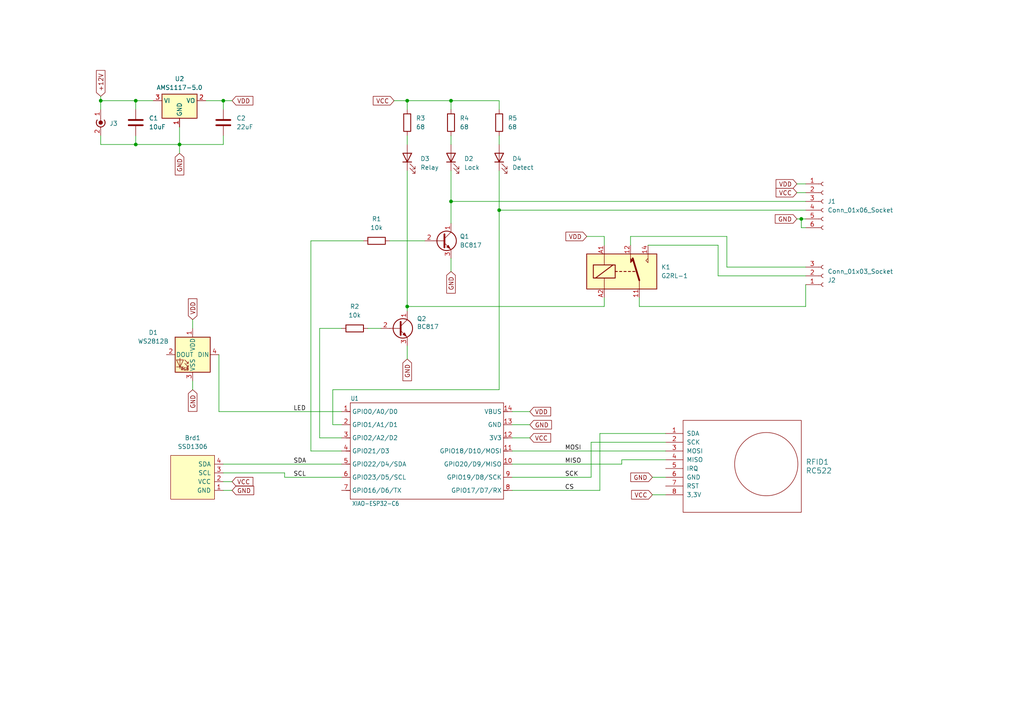
<source format=kicad_sch>
(kicad_sch (version 20250114) (generator "eeschema") (generator_version "9.0")
  (paper "A4")
  (lib_symbols
    (symbol "Connector:Conn_01x03_Socket" (pin_names (offset 1.016) (hide yes))
      (property "Reference" "J" (at 0 5.08 0))
      (property "Value" "Conn_01x03_Socket" (at 0 -5.08 0))
      (symbol "Conn_01x03_Socket_1_1"
        (polyline (pts (xy -1.27 2.54) (xy -0.508 2.54)) (stroke (width 0.1524)))
        (polyline (pts (xy -1.27 0) (xy -0.508 0)) (stroke (width 0.1524)))
        (polyline (pts (xy -1.27 -2.54) (xy -0.508 -2.54)) (stroke (width 0.1524)))
        (arc (start 0 2.032) (mid -0.5058 2.54) (end 0 3.048) (stroke (width 0.1524)))
        (arc (start 0 -0.508) (mid -0.5058 0) (end 0 0.508) (stroke (width 0.1524)))
        (arc (start 0 -3.048) (mid -0.5058 -2.54) (end 0 -2.032) (stroke (width 0.1524)))
        (pin passive line (at -5.08 2.54 0) (length 3.81) (name "Pin_1") (number "1"))
        (pin passive line (at -5.08 0 0) (length 3.81) (name "Pin_2") (number "2"))
        (pin passive line (at -5.08 -2.54 0) (length 3.81) (name "Pin_3") (number "3"))
      )
    )
    (symbol "Connector:Conn_01x06_Socket" (pin_names (offset 1.016) (hide yes))
      (property "Reference" "J" (at 0 7.62 0))
      (property "Value" "Conn_01x06_Socket" (at 0 -10.16 0))
      (symbol "Conn_01x06_Socket_1_1"
        (polyline (pts (xy -1.27 5.08) (xy -0.508 5.08)) (stroke (width 0.1524)))
        (polyline (pts (xy -1.27 2.54) (xy -0.508 2.54)) (stroke (width 0.1524)))
        (polyline (pts (xy -1.27 0) (xy -0.508 0)) (stroke (width 0.1524)))
        (polyline (pts (xy -1.27 -2.54) (xy -0.508 -2.54)) (stroke (width 0.1524)))
        (polyline (pts (xy -1.27 -5.08) (xy -0.508 -5.08)) (stroke (width 0.1524)))
        (polyline (pts (xy -1.27 -7.62) (xy -0.508 -7.62)) (stroke (width 0.1524)))
        (arc (start 0 4.572) (mid -0.5058 5.08) (end 0 5.588) (stroke (width 0.1524)))
        (arc (start 0 2.032) (mid -0.5058 2.54) (end 0 3.048) (stroke (width 0.1524)))
        (arc (start 0 -0.508) (mid -0.5058 0) (end 0 0.508) (stroke (width 0.1524)))
        (arc (start 0 -3.048) (mid -0.5058 -2.54) (end 0 -2.032) (stroke (width 0.1524)))
        (arc (start 0 -5.588) (mid -0.5058 -5.08) (end 0 -4.572) (stroke (width 0.1524)))
        (arc (start 0 -8.128) (mid -0.5058 -7.62) (end 0 -7.112) (stroke (width 0.1524)))
        (pin passive line (at -5.08 5.08 0) (length 3.81) (name "Pin_1") (number "1"))
        (pin passive line (at -5.08 2.54 0) (length 3.81) (name "Pin_2") (number "2"))
        (pin passive line (at -5.08 0 0) (length 3.81) (name "Pin_3") (number "3"))
        (pin passive line (at -5.08 -2.54 0) (length 3.81) (name "Pin_4") (number "4"))
        (pin passive line (at -5.08 -5.08 0) (length 3.81) (name "Pin_5") (number "5"))
        (pin passive line (at -5.08 -7.62 0) (length 3.81) (name "Pin_6") (number "6"))
      )
    )
    (symbol "Connector:Conn_Coaxial_Power" (pin_names (offset 1.016) (hide yes))
      (property "Reference" "J" (at -5.08 -1.27 90))
      (property "Value" "Conn_Coaxial_Power" (at -3.175 -1.27 90))
      (symbol "Conn_Coaxial_Power_0_1"
        (arc (start 1.016 -0.508) (mid 1.2048 -0.8684) (end 1.27 -1.27) (stroke (width 0.254)))
        (polyline (pts (xy 0 0) (xy 0 -1.27)))
        (arc (start 1.27 -1.27) (mid 0 -2.5345) (end -1.27 -1.27) (stroke (width 0.254)))
        (arc (start -1.27 -1.27) (mid -1.2048 -0.8684) (end -1.016 -0.508) (stroke (width 0.254)))
        (circle (center 0 -1.27) (radius 0.508) (stroke (width 0.2032)) (fill (type outline)))
        (polyline (pts (xy 0 -2.54) (xy 0 -3.048)))
      )
      (symbol "Conn_Coaxial_Power_1_1"
        (pin passive line (at 0 2.54 270) (length 2.54) (name "In") (number "1"))
        (pin passive line (at 0 -5.08 90) (length 2.54) (name "Ext") (number "2"))
      )
    )
    (symbol "CustomSymbols:RC522" (pin_names (offset 1.016))
      (property "Reference" "RFID" (at 0 5.08 0))
      (property "Value" "RC522" (at 0 10.16 0))
      (symbol "RC522_0_1"
        (rectangle (start -13.97 30.48) (end 12.7 -3.81))
        (circle (center 0 6.35) (radius 9.1694))
      )
      (symbol "RC522_1_1"
        (pin power_in line (at -8.89 35.56 270) (length 5.08) (name "3,3V") (number "8"))
        (pin input line (at -6.35 35.56 270) (length 5.08) (name "RST") (number "7"))
        (pin power_in line (at -3.81 35.56 270) (length 5.08) (name "GND") (number "6"))
        (pin output line (at -1.27 35.56 270) (length 5.08) (name "IRQ") (number "5"))
        (pin output line (at 1.27 35.56 270) (length 5.08) (name "MISO") (number "4"))
        (pin output line (at 3.81 35.56 270) (length 5.08) (name "MOSI") (number "3"))
        (pin output line (at 6.35 35.56 270) (length 5.08) (name "SCK") (number "2"))
        (pin output line (at 8.89 35.56 270) (length 5.08) (name "SDA") (number "1"))
      )
    )
    (symbol "CustomSymbols:SSD1306" (pin_names (offset 1.016))
      (property "Reference" "Brd" (at 0 -3.81 0))
      (property "Value" "SSD1306" (at 0 -1.27 0))
      (symbol "SSD1306_0_1"
        (rectangle (start -6.35 6.35) (end 6.35 -6.35) (fill (type background)))
      )
      (symbol "SSD1306_1_1"
        (pin input line (at -3.81 8.89 270) (length 2.54) (name "GND") (number "1"))
        (pin input line (at -1.27 8.89 270) (length 2.54) (name "VCC") (number "2"))
        (pin input line (at 1.27 8.89 270) (length 2.54) (name "SCL") (number "3"))
        (pin input line (at 3.81 8.89 270) (length 2.54) (name "SDA") (number "4"))
      )
    )
    (symbol "Device:C" (pin_numbers (hide yes)) (pin_names (offset 0.254))
      (property "Reference" "C" (at 0.635 2.54 0))
      (property "Value" "C" (at 0.635 -2.54 0))
      (symbol "C_0_1"
        (polyline (pts (xy -2.032 0.762) (xy 2.032 0.762)) (stroke (width 0.508)))
        (polyline (pts (xy -2.032 -0.762) (xy 2.032 -0.762)) (stroke (width 0.508)))
      )
      (symbol "C_1_1"
        (pin passive line (at 0 3.81 270) (length 2.794) (name "~") (number "1"))
        (pin passive line (at 0 -3.81 90) (length 2.794) (name "~") (number "2"))
      )
    )
    (symbol "Device:LED" (pin_numbers (hide yes)) (pin_names (offset 1.016) (hide yes))
      (property "Reference" "D" (at 0 2.54 0))
      (property "Value" "LED" (at 0 -2.54 0))
      (symbol "LED_0_1"
        (polyline (pts (xy -3.048 -0.762) (xy -4.572 -2.286) (xy -3.81 -2.286) (xy -4.572 -2.286) (xy -4.572 -1.524)))
        (polyline (pts (xy -1.778 -0.762) (xy -3.302 -2.286) (xy -2.54 -2.286) (xy -3.302 -2.286) (xy -3.302 -1.524)))
        (polyline (pts (xy -1.27 0) (xy 1.27 0)))
        (polyline (pts (xy -1.27 -1.27) (xy -1.27 1.27)) (stroke (width 0.254)))
        (polyline (pts (xy 1.27 -1.27) (xy 1.27 1.27) (xy -1.27 0) (xy 1.27 -1.27)) (stroke (width 0.254)))
      )
      (symbol "LED_1_1"
        (pin passive line (at -3.81 0 0) (length 2.54) (name "K") (number "1"))
        (pin passive line (at 3.81 0 180) (length 2.54) (name "A") (number "2"))
      )
    )
    (symbol "Device:R" (pin_numbers (hide yes)) (pin_names (offset 0))
      (property "Reference" "R" (at 2.032 0 90))
      (property "Value" "R" (at 0 0 90))
      (symbol "R_0_1"
        (rectangle (start -1.016 -2.54) (end 1.016 2.54) (stroke (width 0.254)))
      )
      (symbol "R_1_1"
        (pin passive line (at 0 3.81 270) (length 1.27) (name "~") (number "1"))
        (pin passive line (at 0 -3.81 90) (length 1.27) (name "~") (number "2"))
      )
    )
    (symbol "LED:WS2812B" (pin_names (offset 0.254))
      (property "Reference" "D" (at 5.08 5.715 0))
      (property "Value" "WS2812B" (at 1.27 -5.715 0))
      (symbol "WS2812B_0_0"
        (text "RGB" (at 2.286 -4.191 0) (effects (font (size 0.762 0.762))))
      )
      (symbol "WS2812B_0_1"
        (polyline (pts (xy 1.27 -2.54) (xy 1.778 -2.54)))
        (polyline (pts (xy 1.27 -3.556) (xy 1.778 -3.556)))
        (polyline (pts (xy 2.286 -1.524) (xy 1.27 -2.54) (xy 1.27 -2.032)))
        (polyline (pts (xy 2.286 -2.54) (xy 1.27 -3.556) (xy 1.27 -3.048)))
        (polyline (pts (xy 3.683 -1.016) (xy 3.683 -3.556) (xy 3.683 -4.064)))
        (polyline (pts (xy 4.699 -1.524) (xy 2.667 -1.524) (xy 3.683 -3.556) (xy 4.699 -1.524)))
        (polyline (pts (xy 4.699 -3.556) (xy 2.667 -3.556)))
        (rectangle (start 5.08 5.08) (end -5.08 -5.08) (stroke (width 0.254)) (fill (type background)))
      )
      (symbol "WS2812B_1_1"
        (pin input line (at -7.62 0 0) (length 2.54) (name "DIN") (number "4"))
        (pin power_in line (at 0 7.62 270) (length 2.54) (name "VDD") (number "1"))
        (pin power_in line (at 0 -7.62 90) (length 2.54) (name "VSS") (number "3"))
        (pin output line (at 7.62 0 180) (length 2.54) (name "DOUT") (number "2"))
      )
    )
    (symbol "Regulator_Linear:AMS1117-5.0"
      (property "Reference" "U" (at -3.81 3.175 0))
      (property "Value" "AMS1117-5.0" (at 0 3.175 0))
      (symbol "AMS1117-5.0_0_1"
        (rectangle (start -5.08 -5.08) (end 5.08 1.905) (stroke (width 0.254)) (fill (type background)))
      )
      (symbol "AMS1117-5.0_1_1"
        (pin power_in line (at -7.62 0 0) (length 2.54) (name "VI") (number "3"))
        (pin power_in line (at 0 -7.62 90) (length 2.54) (name "GND") (number "1"))
        (pin power_out line (at 7.62 0 180) (length 2.54) (name "VO") (number "2"))
      )
    )
    (symbol "Relay:G2RL-1"
      (property "Reference" "K" (at 11.43 3.81 0))
      (property "Value" "G2RL-1" (at 11.43 1.27 0))
      (symbol "G2RL-1_0_0"
        (polyline (pts (xy 7.62 5.08) (xy 7.62 2.54) (xy 6.985 3.175) (xy 7.62 3.81)))
      )
      (symbol "G2RL-1_0_1"
        (rectangle (start -10.16 5.08) (end 10.16 -5.08) (stroke (width 0.254)) (fill (type background)))
        (rectangle (start -8.255 1.905) (end -1.905 -1.905) (stroke (width 0.254)))
        (polyline (pts (xy -7.62 -1.905) (xy -2.54 1.905)) (stroke (width 0.254)))
        (polyline (pts (xy -5.08 5.08) (xy -5.08 1.905)))
        (polyline (pts (xy -5.08 -5.08) (xy -5.08 -1.905)))
        (polyline (pts (xy -1.905 0) (xy -1.27 0)) (stroke (width 0.254)))
        (polyline (pts (xy -0.635 0) (xy 0 0)) (stroke (width 0.254)))
        (polyline (pts (xy 0.635 0) (xy 1.27 0)) (stroke (width 0.254)))
        (polyline (pts (xy 1.905 0) (xy 2.54 0)) (stroke (width 0.254)))
        (polyline (pts (xy 2.54 5.08) (xy 2.54 2.54) (xy 3.175 3.175) (xy 2.54 3.81)) (fill (type outline)))
        (polyline (pts (xy 3.175 0) (xy 3.81 0)) (stroke (width 0.254)))
        (polyline (pts (xy 5.08 -2.54) (xy 3.175 3.81)) (stroke (width 0.508)))
        (polyline (pts (xy 5.08 -2.54) (xy 5.08 -5.08)))
      )
      (symbol "G2RL-1_1_1"
        (pin passive line (at -5.08 7.62 270) (length 2.54) (name "~") (number "A1"))
        (pin passive line (at -5.08 -7.62 90) (length 2.54) (name "~") (number "A2"))
        (pin passive line (at 2.54 7.62 270) (length 2.54) (name "~") (number "12"))
        (pin passive line (at 5.08 -7.62 90) (length 2.54) (name "~") (number "11"))
        (pin passive line (at 7.62 7.62 270) (length 2.54) (name "~") (number "14"))
      )
    )
    (symbol "Seeed_Studio_XIAO_Series:XIAO_ESP32-C6-DIP"
      (property "Reference" "U" (at -20.574 17.018 0))
      (property "Value" "XIAO-ESP32-C6" (at -15.24 14.986 0))
      (symbol "XIAO_ESP32-C6-DIP_1_0"
        (polyline (pts (xy -21.59 13.97) (xy 22.86 13.97)) (stroke (width 0.1524)))
        (polyline (pts (xy -21.59 11.43) (xy -22.86 11.43)) (stroke (width 0.1524)))
        (polyline (pts (xy -21.59 11.43) (xy -21.59 13.97)) (stroke (width 0.1524)))
        (polyline (pts (xy -21.59 7.62) (xy -22.86 7.62)) (stroke (width 0.1524)))
        (polyline (pts (xy -21.59 7.62) (xy -21.59 11.43)) (stroke (width 0.1524)))
        (polyline (pts (xy -21.59 3.81) (xy -22.86 3.81)) (stroke (width 0.1524)))
        (polyline (pts (xy -21.59 3.81) (xy -21.59 7.62)) (stroke (width 0.1524)))
        (polyline (pts (xy -21.59 0) (xy -22.86 0)) (stroke (width 0.1524)))
        (polyline (pts (xy -21.59 0) (xy -21.59 3.81)) (stroke (width 0.1524)))
        (polyline (pts (xy -21.59 -3.81) (xy -22.86 -3.81)) (stroke (width 0.1524)))
        (polyline (pts (xy -21.59 -7.62) (xy -22.86 -7.62)) (stroke (width 0.1524)))
        (polyline (pts (xy -21.59 -11.43) (xy -22.86 -11.43)) (stroke (width 0.1524)))
        (polyline (pts (xy -21.59 -13.97) (xy -21.59 0)) (stroke (width 0.1524)))
        (polyline (pts (xy 22.86 13.97) (xy 22.86 11.43)) (stroke (width 0.1524)))
        (polyline (pts (xy 22.86 11.43) (xy 22.86 7.62)) (stroke (width 0.1524)))
        (polyline (pts (xy 22.86 7.62) (xy 22.86 3.81)) (stroke (width 0.1524)))
        (polyline (pts (xy 22.86 3.81) (xy 22.86 -13.97)) (stroke (width 0.1524)))
        (polyline (pts (xy 22.86 -13.97) (xy -21.59 -13.97)) (stroke (width 0.1524)))
        (polyline (pts (xy 24.13 11.43) (xy 22.86 11.43)) (stroke (width 0.1524)))
        (polyline (pts (xy 24.13 7.62) (xy 22.86 7.62)) (stroke (width 0.1524)))
        (polyline (pts (xy 24.13 3.81) (xy 22.86 3.81)) (stroke (width 0.1524)))
        (polyline (pts (xy 24.13 0) (xy 22.86 0)) (stroke (width 0.1524)))
        (polyline (pts (xy 24.13 -3.81) (xy 22.86 -3.81)) (stroke (width 0.1524)))
        (polyline (pts (xy 24.13 -7.62) (xy 22.86 -7.62)) (stroke (width 0.1524)))
        (polyline (pts (xy 24.13 -11.43) (xy 22.86 -11.43)) (stroke (width 0.1524)))
        (pin passive line (at -24.13 11.43 0) (length 2.54) (name "GPIO0/A0/D0") (number "1"))
        (pin passive line (at -24.13 7.62 0) (length 2.54) (name "GPIO1/A1/D1") (number "2"))
        (pin passive line (at -24.13 3.81 0) (length 2.54) (name "GPIO2/A2/D2") (number "3"))
        (pin passive line (at -24.13 0 0) (length 2.54) (name "GPIO21/D3") (number "4"))
        (pin passive line (at -24.13 -3.81 0) (length 2.54) (name "GPIO22/D4/SDA") (number "5"))
        (pin passive line (at -24.13 -7.62 0) (length 2.54) (name "GPIO23/D5/SCL") (number "6"))
        (pin passive line (at -24.13 -11.43 0) (length 2.54) (name "GPIO16/D6/TX") (number "7"))
        (pin passive line (at 25.4 11.43 180) (length 2.54) (name "VBUS") (number "14"))
        (pin passive line (at 25.4 7.62 180) (length 2.54) (name "GND") (number "13"))
        (pin passive line (at 25.4 3.81 180) (length 2.54) (name "3V3") (number "12"))
        (pin passive line (at 25.4 0 180) (length 2.54) (name "GPIO18/D10/MOSI") (number "11"))
        (pin passive line (at 25.4 -3.81 180) (length 2.54) (name "GPIO20/D9/MISO") (number "10"))
        (pin passive line (at 25.4 -7.62 180) (length 2.54) (name "GPIO19/D8/SCK") (number "9"))
        (pin passive line (at 25.4 -11.43 180) (length 2.54) (name "GPIO17/D7/RX") (number "8"))
      )
    )
    (symbol "Transistor_BJT:BC547" (pin_names (offset 0) (hide yes))
      (property "Reference" "Q" (at 5.08 1.905 0))
      (property "Value" "BC547" (at 5.08 0 0))
      (symbol "BC547_0_1"
        (polyline (pts (xy -2.54 0) (xy 0.635 0)))
        (polyline (pts (xy 0.635 1.905) (xy 0.635 -1.905)) (stroke (width 0.508)))
        (circle (center 1.27 0) (radius 2.8194) (stroke (width 0.254)))
      )
      (symbol "BC547_1_1"
        (polyline (pts (xy 0.635 0.635) (xy 2.54 2.54)))
        (polyline (pts (xy 0.635 -0.635) (xy 2.54 -2.54)))
        (polyline (pts (xy 1.27 -1.778) (xy 1.778 -1.27) (xy 2.286 -2.286) (xy 1.27 -1.778)) (fill (type outline)))
        (pin input line (at -5.08 0 0) (length 2.54) (name "B") (number "2"))
        (pin passive line (at 2.54 5.08 270) (length 2.54) (name "C") (number "1"))
        (pin passive line (at 2.54 -5.08 90) (length 2.54) (name "E") (number "3"))
      )
    )
  )
  (junction (at 118.11 29.21))
  (junction (at 130.81 29.21))
  (junction (at 144.78 60.96))
  (junction (at 232.41 63.5))
  (junction (at 39.37 41.91))
  (junction (at 64.77 29.21))
  (junction (at 52.07 41.91))
  (junction (at 130.81 58.42))
  (junction (at 29.21 29.21))
  (junction (at 118.11 88.9))
  (junction (at 39.37 29.21))
  (wire (pts (xy 231.14 63.5) (xy 232.41 63.5)))
  (wire (pts (xy 180.34 134.62) (xy 180.34 133.35)))
  (wire (pts (xy 233.68 88.9) (xy 233.68 82.55)))
  (wire (pts (xy 144.78 49.53) (xy 144.78 60.96)))
  (wire (pts (xy 52.07 41.91) (xy 52.07 36.83)))
  (wire (pts (xy 92.71 95.25) (xy 92.71 127)))
  (wire (pts (xy 64.77 41.91) (xy 52.07 41.91)))
  (wire (pts (xy 232.41 66.04) (xy 232.41 63.5)))
  (wire (pts (xy 185.42 88.9) (xy 233.68 88.9)))
  (wire (pts (xy 210.82 68.58) (xy 210.82 77.47)))
  (wire (pts (xy 55.88 110.49) (xy 55.88 113.03)))
  (wire (pts (xy 232.41 63.5) (xy 233.68 63.5)))
  (wire (pts (xy 114.3 29.21) (xy 118.11 29.21)))
  (wire (pts (xy 118.11 88.9) (xy 118.11 90.17)))
  (wire (pts (xy 63.5 119.38) (xy 99.06 119.38)))
  (wire (pts (xy 118.11 88.9) (xy 175.26 88.9)))
  (wire (pts (xy 29.21 41.91) (xy 39.37 41.91)))
  (wire (pts (xy 52.07 41.91) (xy 52.07 44.45)))
  (wire (pts (xy 144.78 113.03) (xy 96.52 113.03)))
  (wire (pts (xy 182.88 71.12) (xy 182.88 68.58)))
  (wire (pts (xy 39.37 39.37) (xy 39.37 41.91)))
  (wire (pts (xy 82.55 138.43) (xy 99.06 138.43)))
  (wire (pts (xy 180.34 133.35) (xy 193.04 133.35)))
  (wire (pts (xy 130.81 58.42) (xy 130.81 64.77)))
  (wire (pts (xy 148.59 119.38) (xy 153.67 119.38)))
  (wire (pts (xy 175.26 86.36) (xy 175.26 88.9)))
  (wire (pts (xy 175.26 68.58) (xy 170.18 68.58)))
  (wire (pts (xy 90.17 69.85) (xy 105.41 69.85)))
  (wire (pts (xy 144.78 29.21) (xy 144.78 31.75)))
  (wire (pts (xy 144.78 39.37) (xy 144.78 41.91)))
  (wire (pts (xy 64.77 139.7) (xy 67.31 139.7)))
  (wire (pts (xy 64.77 142.24) (xy 67.31 142.24)))
  (wire (pts (xy 64.77 29.21) (xy 64.77 31.75)))
  (wire (pts (xy 231.14 53.34) (xy 233.68 53.34)))
  (wire (pts (xy 29.21 29.21) (xy 39.37 29.21)))
  (wire (pts (xy 29.21 31.75) (xy 29.21 29.21)))
  (wire (pts (xy 187.96 71.12) (xy 208.28 71.12)))
  (wire (pts (xy 130.81 49.53) (xy 130.81 58.42)))
  (wire (pts (xy 96.52 123.19) (xy 99.06 123.19)))
  (wire (pts (xy 29.21 39.37) (xy 29.21 41.91)))
  (wire (pts (xy 64.77 134.62) (xy 99.06 134.62)))
  (wire (pts (xy 92.71 95.25) (xy 99.06 95.25)))
  (wire (pts (xy 90.17 130.81) (xy 90.17 69.85)))
  (wire (pts (xy 64.77 39.37) (xy 64.77 41.91)))
  (wire (pts (xy 118.11 49.53) (xy 118.11 88.9)))
  (wire (pts (xy 39.37 41.91) (xy 52.07 41.91)))
  (wire (pts (xy 113.03 69.85) (xy 123.19 69.85)))
  (wire (pts (xy 171.45 128.27) (xy 171.45 138.43)))
  (wire (pts (xy 29.21 27.94) (xy 29.21 29.21)))
  (wire (pts (xy 39.37 29.21) (xy 39.37 31.75)))
  (wire (pts (xy 90.17 130.81) (xy 99.06 130.81)))
  (wire (pts (xy 210.82 77.47) (xy 233.68 77.47)))
  (wire (pts (xy 148.59 123.19) (xy 153.67 123.19)))
  (wire (pts (xy 148.59 130.81) (xy 193.04 130.81)))
  (wire (pts (xy 130.81 29.21) (xy 130.81 31.75)))
  (wire (pts (xy 231.14 55.88) (xy 233.68 55.88)))
  (wire (pts (xy 106.68 95.25) (xy 110.49 95.25)))
  (wire (pts (xy 182.88 68.58) (xy 210.82 68.58)))
  (wire (pts (xy 148.59 142.24) (xy 173.99 142.24)))
  (wire (pts (xy 148.59 138.43) (xy 171.45 138.43)))
  (wire (pts (xy 175.26 68.58) (xy 175.26 71.12)))
  (wire (pts (xy 118.11 29.21) (xy 130.81 29.21)))
  (wire (pts (xy 63.5 102.87) (xy 63.5 119.38)))
  (wire (pts (xy 185.42 88.9) (xy 185.42 86.36)))
  (wire (pts (xy 144.78 60.96) (xy 233.68 60.96)))
  (wire (pts (xy 82.55 137.16) (xy 82.55 138.43)))
  (wire (pts (xy 189.23 143.51) (xy 193.04 143.51)))
  (wire (pts (xy 189.23 138.43) (xy 193.04 138.43)))
  (wire (pts (xy 118.11 41.91) (xy 118.11 39.37)))
  (wire (pts (xy 130.81 29.21) (xy 144.78 29.21)))
  (wire (pts (xy 130.81 39.37) (xy 130.81 41.91)))
  (wire (pts (xy 148.59 134.62) (xy 180.34 134.62)))
  (wire (pts (xy 96.52 113.03) (xy 96.52 123.19)))
  (wire (pts (xy 173.99 125.73) (xy 173.99 142.24)))
  (wire (pts (xy 64.77 29.21) (xy 67.31 29.21)))
  (wire (pts (xy 55.88 95.25) (xy 55.88 92.71)))
  (wire (pts (xy 233.68 66.04) (xy 232.41 66.04)))
  (wire (pts (xy 59.69 29.21) (xy 64.77 29.21)))
  (wire (pts (xy 118.11 31.75) (xy 118.11 29.21)))
  (wire (pts (xy 64.77 137.16) (xy 82.55 137.16)))
  (wire (pts (xy 39.37 29.21) (xy 44.45 29.21)))
  (wire (pts (xy 208.28 80.01) (xy 233.68 80.01)))
  (wire (pts (xy 193.04 125.73) (xy 173.99 125.73)))
  (wire (pts (xy 130.81 58.42) (xy 233.68 58.42)))
  (wire (pts (xy 130.81 74.93) (xy 130.81 78.74)))
  (wire (pts (xy 92.71 127) (xy 99.06 127)))
  (wire (pts (xy 118.11 100.33) (xy 118.11 104.14)))
  (wire (pts (xy 193.04 128.27) (xy 171.45 128.27)))
  (wire (pts (xy 208.28 71.12) (xy 208.28 80.01)))
  (wire (pts (xy 148.59 127) (xy 153.67 127)))
  (wire (pts (xy 144.78 60.96) (xy 144.78 113.03)))
  (label "SCK" (at 163.83 138.43 0))
  (label "MOSI" (at 163.83 130.81 0))
  (label "LED" (at 85.09 119.38 0))
  (label "SCL" (at 85.09 138.43 0))
  (label "CS" (at 163.83 142.24 0))
  (label "SDA" (at 85.09 134.62 0))
  (label "MISO" (at 163.83 134.62 0))
  (global_label "GND" (shape input) (at 55.88 113.03 270) (property "Intersheetrefs" "${INTERSHEET_REFS}" (effects (hide yes))))
  (global_label "VDD" (shape input) (at 153.67 119.38 0) (property "Intersheetrefs" "${INTERSHEET_REFS}" (effects (hide yes))))
  (global_label "GND" (shape input) (at 153.67 123.19 0) (property "Intersheetrefs" "${INTERSHEET_REFS}" (effects (hide yes))))
  (global_label "VDD" (shape input) (at 67.31 29.21 0) (property "Intersheetrefs" "${INTERSHEET_REFS}" (effects (hide yes))))
  (global_label "VDD" (shape input) (at 55.88 92.71 90) (property "Intersheetrefs" "${INTERSHEET_REFS}" (effects (hide yes))))
  (global_label "GND" (shape input) (at 130.81 78.74 270) (property "Intersheetrefs" "${INTERSHEET_REFS}" (effects (hide yes))))
  (global_label "VCC" (shape input) (at 114.3 29.21 180) (property "Intersheetrefs" "${INTERSHEET_REFS}" (effects (hide yes))))
  (global_label "VDD" (shape input) (at 231.14 53.34 180) (property "Intersheetrefs" "${INTERSHEET_REFS}" (effects (hide yes))))
  (global_label "VDD" (shape input) (at 170.18 68.58 180) (property "Intersheetrefs" "${INTERSHEET_REFS}" (effects (hide yes))))
  (global_label "GND" (shape input) (at 67.31 142.24 0) (property "Intersheetrefs" "${INTERSHEET_REFS}" (effects (hide yes))))
  (global_label "VCC" (shape input) (at 231.14 55.88 180) (property "Intersheetrefs" "${INTERSHEET_REFS}" (effects (hide yes))))
  (global_label "GND" (shape input) (at 52.07 44.45 270) (property "Intersheetrefs" "${INTERSHEET_REFS}" (effects (hide yes))))
  (global_label "+12V" (shape input) (at 29.21 27.94 90) (property "Intersheetrefs" "${INTERSHEET_REFS}" (effects (hide yes))))
  (global_label "GND" (shape input) (at 118.11 104.14 270) (property "Intersheetrefs" "${INTERSHEET_REFS}" (effects (hide yes))))
  (global_label "GND" (shape input) (at 189.23 138.43 180) (property "Intersheetrefs" "${INTERSHEET_REFS}" (effects (hide yes))))
  (global_label "VCC" (shape input) (at 67.31 139.7 0) (property "Intersheetrefs" "${INTERSHEET_REFS}" (effects (hide yes))))
  (global_label "VCC" (shape input) (at 153.67 127 0) (property "Intersheetrefs" "${INTERSHEET_REFS}" (effects (hide yes))))
  (global_label "VCC" (shape input) (at 189.23 143.51 180) (property "Intersheetrefs" "${INTERSHEET_REFS}" (effects (hide yes))))
  (global_label "GND" (shape input) (at 231.14 63.5 180) (property "Intersheetrefs" "${INTERSHEET_REFS}" (effects (hide yes))))
  (symbol (lib_id "Connector:Conn_01x06_Socket") (at 238.76 58.42 0) (unit 1)
    (property "Reference" "J1" (at 240.03 58.4199 0) (effects (justify left)))
    (property "Value" "Conn_01x06_Socket" (at 240.03 60.9599 0) (effects (justify left)))
    (property "Footprint" "TerminalBlock_Phoenix:TerminalBlock_Phoenix_MKDS-1,5-6-5.08_1x06_P5.08mm_Horizontal" (effects (hide yes)))
    (property "Description" "Generic connector, single row, 01x06, script generated" (effects (hide yes)))
  )
  (symbol (lib_id "Device:R") (at 102.87 95.25 90) (unit 1)
    (property "Reference" "R2" (at 102.87 88.9 90))
    (property "Value" "10k" (at 102.87 91.44 90))
    (property "Footprint" "Resistor_SMD:R_1206_3216Metric_Pad1.30x1.75mm_HandSolder" (effects (hide yes)))
    (property "Description" "Resistor" (effects (hide yes)))
  )
  (symbol (lib_id "Connector:Conn_Coaxial_Power") (at 29.21 34.29 0) (unit 1)
    (property "Reference" "J3" (at 31.75 35.8139 0) (effects (justify left)))
    (property "Value" "Conn_Coaxial_Power" (effects (hide yes)))
    (property "Footprint" "Connector_BarrelJack:BarrelJack_Horizontal" (effects (hide yes)))
    (property "Description" "coaxial connector (BNC, SMA, SMB, SMC, Cinch/RCA, LEMO, ...)" (effects (hide yes)))
  )
  (symbol (lib_id "Device:R") (at 144.78 35.56 180) (unit 1)
    (property "Reference" "R5" (at 147.32 34.2899 0) (effects (justify right)))
    (property "Value" "68" (at 147.32 36.8299 0) (effects (justify right)))
    (property "Footprint" "Resistor_SMD:R_1206_3216Metric_Pad1.30x1.75mm_HandSolder" (effects (hide yes)))
    (property "Description" "Resistor" (effects (hide yes)))
  )
  (symbol (lib_id "LED:WS2812B") (at 55.88 102.87 0) (mirror y) (unit 1)
    (property "Reference" "D1" (at 44.45 96.4498 0))
    (property "Value" "WS2812B" (at 44.45 98.9898 0))
    (property "Footprint" "LED_SMD:LED_WS2812B_PLCC4_5.0x5.0mm_P3.2mm" (effects (hide yes)))
    (property "Datasheet" "https://cdn-shop.adafruit.com/datasheets/WS2812B.pdf" (effects (hide yes)))
    (property "Description" "RGB LED with integrated controller" (effects (hide yes)))
  )
  (symbol (lib_id "Transistor_BJT:BC547") (at 115.57 95.25 0) (unit 1)
    (property "Reference" "Q2" (at 120.904 92.456 0) (effects (justify left)))
    (property "Value" "BC817" (at 120.904 94.742 0) (effects (justify left)))
    (property "Footprint" "Package_TO_SOT_SMD:SOT-23-3" (effects (hide yes)))
    (property "Datasheet" "https://www.onsemi.com/pub/Collateral/BC550-D.pdf" (effects (hide yes)))
    (property "Description" "0.1A Ic, 45V Vce, Small Signal NPN Transistor, TO-92" (effects (hide yes)))
  )
  (symbol (lib_id "CustomSymbols:SSD1306") (at 55.88 138.43 270) (mirror x) (unit 1)
    (property "Reference" "Brd1" (at 55.88 127 90))
    (property "Value" "SSD1306" (at 55.88 129.54 90))
    (property "Footprint" "Custom:128x64OLED" (effects (hide yes)))
    (property "Description" "SSD1306 OLED" (effects (hide yes)))
  )
  (symbol (lib_id "Regulator_Linear:AMS1117-5.0") (at 52.07 29.21 0) (unit 1)
    (property "Reference" "U2" (at 52.07 22.86 0))
    (property "Value" "AMS1117-5.0" (at 52.07 25.4 0))
    (property "Footprint" "Package_TO_SOT_SMD:SOT-223-3_TabPin2" (effects (hide yes)))
    (property "Datasheet" "http://www.advanced-monolithic.com/pdf/ds1117.pdf" (effects (hide yes)))
    (property "Description" "1A Low Dropout regulator, positive, 5.0V fixed output, SOT-223" (effects (hide yes)))
  )
  (symbol (lib_id "Device:R") (at 130.81 35.56 180) (unit 1)
    (property "Reference" "R4" (at 133.35 34.2899 0) (effects (justify right)))
    (property "Value" "68" (at 133.35 36.8299 0) (effects (justify right)))
    (property "Footprint" "Resistor_SMD:R_1206_3216Metric_Pad1.30x1.75mm_HandSolder" (effects (hide yes)))
    (property "Description" "Resistor" (effects (hide yes)))
  )
  (symbol (lib_id "CustomSymbols:RC522") (at 228.6 134.62 90) (unit 1)
    (property "Reference" "RFID1" (at 233.68 133.9849 90) (effects (font (size 1.524 1.524)) (justify right)))
    (property "Value" "RC522" (at 233.68 136.5249 90) (effects (font (size 1.524 1.524)) (justify right)))
    (property "Footprint" "Custom:RC522" (effects (hide yes)))
  )
  (symbol (lib_id "Device:C") (at 64.77 35.56 0) (unit 1)
    (property "Reference" "C2" (at 68.58 34.2899 0) (effects (justify left)))
    (property "Value" "22uF" (at 68.58 36.8299 0) (effects (justify left)))
    (property "Footprint" "Capacitor_SMD:C_0805_2012Metric_Pad1.18x1.45mm_HandSolder" (effects (hide yes)))
    (property "Description" "Unpolarized capacitor" (effects (hide yes)))
  )
  (symbol (lib_id "Device:C") (at 39.37 35.56 0) (unit 1)
    (property "Reference" "C1" (at 43.18 34.2899 0) (effects (justify left)))
    (property "Value" "10uF" (at 43.18 36.8299 0) (effects (justify left)))
    (property "Footprint" "Capacitor_SMD:C_0805_2012Metric_Pad1.18x1.45mm_HandSolder" (effects (hide yes)))
    (property "Description" "Unpolarized capacitor" (effects (hide yes)))
  )
  (symbol (lib_id "Device:R") (at 109.22 69.85 90) (unit 1)
    (property "Reference" "R1" (at 109.22 63.5 90))
    (property "Value" "10k" (at 109.22 66.04 90))
    (property "Footprint" "Resistor_SMD:R_1206_3216Metric_Pad1.30x1.75mm_HandSolder" (effects (hide yes)))
    (property "Description" "Resistor" (effects (hide yes)))
  )
  (symbol (lib_id "Transistor_BJT:BC547") (at 128.27 69.85 0) (unit 1)
    (property "Reference" "Q1" (at 133.35 68.5799 0) (effects (justify left)))
    (property "Value" "BC817" (at 133.35 71.1199 0) (effects (justify left)))
    (property "Footprint" "Package_TO_SOT_SMD:SOT-23-3" (effects (hide yes)))
    (property "Datasheet" "https://www.onsemi.com/pub/Collateral/BC550-D.pdf" (effects (hide yes)))
    (property "Description" "0.1A Ic, 45V Vce, Small Signal NPN Transistor, TO-92" (effects (hide yes)))
  )
  (symbol (lib_id "Connector:Conn_01x03_Socket") (at 238.76 80.01 0) (mirror x) (unit 1)
    (property "Reference" "J2" (at 240.03 81.2801 0) (effects (justify left)))
    (property "Value" "Conn_01x03_Socket" (at 240.03 78.7401 0) (effects (justify left)))
    (property "Footprint" "TerminalBlock_Phoenix:TerminalBlock_Phoenix_MKDS-1,5-3-5.08_1x03_P5.08mm_Horizontal" (effects (hide yes)))
    (property "Description" "Generic connector, single row, 01x03, script generated" (effects (hide yes)))
  )
  (symbol (lib_id "Seeed_Studio_XIAO_Series:XIAO_ESP32-C6-DIP") (at 123.19 130.81 0) (unit 1)
    (property "Reference" "U1" (at 102.87 115.57 0) (effects (font (size 1.27 1.0795))))
    (property "Value" "XIAO-ESP32-C6" (at 108.966 146.05 0) (effects (font (size 1.27 1.0795))))
    (property "Footprint" "Seeed Studio XIAO Series Library:XIAO-ESP32C6-DIP" (effects (hide yes)))
    (property "SKU" "XIAO-DIP" (effects (hide yes)))
  )
  (symbol (lib_id "Device:LED") (at 144.78 45.72 90) (unit 1)
    (property "Reference" "D4" (at 148.59 46.0374 90) (effects (justify right)))
    (property "Value" "Detect" (at 148.59 48.5774 90) (effects (justify right)))
    (property "Footprint" "LED_SMD:LED_1206_3216Metric_Pad1.42x1.75mm_HandSolder" (effects (hide yes)))
    (property "Description" "Light emitting diode" (effects (hide yes)))
    (property "Sim.Pins" "1=K 2=A" (effects (hide yes)))
  )
  (symbol (lib_id "Device:LED") (at 118.11 45.72 90) (unit 1)
    (property "Reference" "D3" (at 121.92 46.0374 90) (effects (justify right)))
    (property "Value" "Relay" (at 121.92 48.5774 90) (effects (justify right)))
    (property "Footprint" "LED_SMD:LED_1206_3216Metric_Pad1.42x1.75mm_HandSolder" (effects (hide yes)))
    (property "Description" "Light emitting diode" (effects (hide yes)))
    (property "Sim.Pins" "1=K 2=A" (effects (hide yes)))
  )
  (symbol (lib_id "Device:R") (at 118.11 35.56 180) (unit 1)
    (property "Reference" "R3" (at 120.65 34.2899 0) (effects (justify right)))
    (property "Value" "68" (at 120.65 36.8299 0) (effects (justify right)))
    (property "Footprint" "Resistor_SMD:R_1206_3216Metric_Pad1.30x1.75mm_HandSolder" (effects (hide yes)))
    (property "Description" "Resistor" (effects (hide yes)))
  )
  (symbol (lib_id "Relay:G2RL-1") (at 180.34 78.74 0) (unit 1)
    (property "Reference" "K1" (at 191.77 77.4699 0) (effects (justify left)))
    (property "Value" "G2RL-1" (at 191.77 80.0099 0) (effects (justify left)))
    (property "Footprint" "Relay_THT:Relay_SPDT_Omron_G2RL-1" (effects (hide yes)))
    (property "Datasheet" "https://omronfs.omron.com/en_US/ecb/products/pdf/en-g2rl.pdf" (effects (hide yes)))
    (property "Description" "General Purpose Low Profile Relay SPDT Through Hole, Omron G2RL series, 12A 250VAC" (effects (hide yes)))
  )
  (symbol (lib_id "Device:LED") (at 130.81 45.72 90) (unit 1)
    (property "Reference" "D2" (at 134.62 46.0374 90) (effects (justify right)))
    (property "Value" "Lock" (at 134.62 48.5774 90) (effects (justify right)))
    (property "Footprint" "LED_SMD:LED_1206_3216Metric_Pad1.42x1.75mm_HandSolder" (effects (hide yes)))
    (property "Description" "Light emitting diode" (effects (hide yes)))
    (property "Sim.Pins" "1=K 2=A" (effects (hide yes)))
  )
)
</source>
